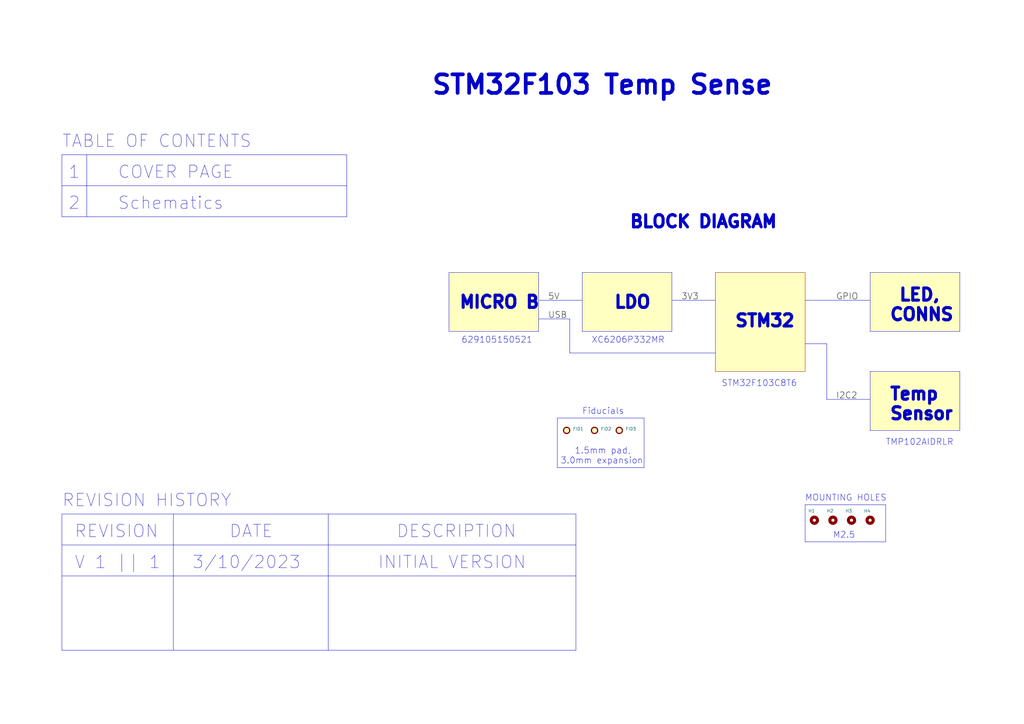
<source format=kicad_sch>
(kicad_sch (version 20230121) (generator eeschema)

  (uuid 6b5dc42a-081a-46c8-9508-6e3c74f91fd8)

  (paper "A3")

  (title_block
    (title "STM32F103 Temp Sense")
    (date "2023-03-10")
    (rev "1")
  )

  (lib_symbols
    (symbol "Mechanical:Fiducial" (in_bom yes) (on_board yes)
      (property "Reference" "FID" (at 0 5.08 0)
        (effects (font (size 1.27 1.27)))
      )
      (property "Value" "Fiducial" (at 0 3.175 0)
        (effects (font (size 1.27 1.27)))
      )
      (property "Footprint" "" (at 0 0 0)
        (effects (font (size 1.27 1.27)) hide)
      )
      (property "Datasheet" "~" (at 0 0 0)
        (effects (font (size 1.27 1.27)) hide)
      )
      (property "ki_keywords" "fiducial marker" (at 0 0 0)
        (effects (font (size 1.27 1.27)) hide)
      )
      (property "ki_description" "Fiducial Marker" (at 0 0 0)
        (effects (font (size 1.27 1.27)) hide)
      )
      (property "ki_fp_filters" "Fiducial*" (at 0 0 0)
        (effects (font (size 1.27 1.27)) hide)
      )
      (symbol "Fiducial_0_1"
        (circle (center 0 0) (radius 1.27)
          (stroke (width 0.508) (type default))
          (fill (type background))
        )
      )
    )
    (symbol "Mechanical:MountingHole" (pin_names (offset 1.016)) (in_bom yes) (on_board yes)
      (property "Reference" "H" (at 0 5.08 0)
        (effects (font (size 1.27 1.27)))
      )
      (property "Value" "MountingHole" (at 0 3.175 0)
        (effects (font (size 1.27 1.27)))
      )
      (property "Footprint" "" (at 0 0 0)
        (effects (font (size 1.27 1.27)) hide)
      )
      (property "Datasheet" "~" (at 0 0 0)
        (effects (font (size 1.27 1.27)) hide)
      )
      (property "ki_keywords" "mounting hole" (at 0 0 0)
        (effects (font (size 1.27 1.27)) hide)
      )
      (property "ki_description" "Mounting Hole without connection" (at 0 0 0)
        (effects (font (size 1.27 1.27)) hide)
      )
      (property "ki_fp_filters" "MountingHole*" (at 0 0 0)
        (effects (font (size 1.27 1.27)) hide)
      )
      (symbol "MountingHole_0_1"
        (circle (center 0 0) (radius 1.27)
          (stroke (width 1.27) (type default))
          (fill (type none))
        )
      )
    )
  )


  (polyline (pts (xy 25.4 210.82) (xy 25.4 266.7))
    (stroke (width 0) (type solid))
    (uuid 1cf8598b-edf9-4323-87bd-f9625fd98466)
  )
  (polyline (pts (xy 142.24 63.5) (xy 142.24 88.9))
    (stroke (width 0) (type solid))
    (uuid 1fd277c3-4a24-4d0f-9bb6-a07ed8fa7895)
  )
  (polyline (pts (xy 264.16 171.45) (xy 228.6 171.45))
    (stroke (width 0) (type solid))
    (uuid 283c54da-cbbe-4652-a70a-3023f203abfa)
  )
  (polyline (pts (xy 363.22 222.25) (xy 363.22 207.01))
    (stroke (width 0) (type solid))
    (uuid 29e59399-fe92-4ed0-9add-75383294a14e)
  )
  (polyline (pts (xy 233.68 130.81) (xy 233.68 144.78))
    (stroke (width 0) (type default))
    (uuid 35813264-5ec2-454f-bcd3-051d86bdbbd5)
  )
  (polyline (pts (xy 228.6 171.45) (xy 228.6 191.77))
    (stroke (width 0) (type solid))
    (uuid 44dc2dae-0cfe-438b-a55c-665eff49e740)
  )
  (polyline (pts (xy 330.2 123.19) (xy 339.09 123.19))
    (stroke (width 0) (type solid))
    (uuid 471a8940-6118-4f95-ae11-2943e0e7a2c9)
  )
  (polyline (pts (xy 339.09 123.19) (xy 356.87 123.19))
    (stroke (width 0) (type solid))
    (uuid 47789a09-6b25-4a9c-baec-f4867d4b6e67)
  )
  (polyline (pts (xy 275.59 123.19) (xy 293.37 123.19))
    (stroke (width 0) (type solid))
    (uuid 48dc8d81-baac-46cb-99d1-08dd0813d24e)
  )
  (polyline (pts (xy 71.12 210.82) (xy 71.12 266.7))
    (stroke (width 0) (type solid))
    (uuid 4c29ea75-15da-435a-811f-b56905602f65)
  )
  (polyline (pts (xy 25.4 76.2) (xy 142.24 76.2))
    (stroke (width 0) (type solid))
    (uuid 4c3b8047-9080-4551-b305-328618d36a4a)
  )
  (polyline (pts (xy 363.22 207.01) (xy 330.2 207.01))
    (stroke (width 0) (type solid))
    (uuid 5df92a34-853f-4ed3-840f-cde58d48edda)
  )
  (polyline (pts (xy 236.22 223.52) (xy 25.4 223.52))
    (stroke (width 0) (type solid))
    (uuid 65910f8d-6e6e-4959-b426-979fa4c186a7)
  )
  (polyline (pts (xy 228.6 191.77) (xy 264.16 191.77))
    (stroke (width 0) (type solid))
    (uuid 6598d432-1c5e-4cd6-b7b5-848c57bfc7da)
  )
  (polyline (pts (xy 339.09 163.83) (xy 356.87 163.83))
    (stroke (width 0) (type solid))
    (uuid 783c448c-b214-426f-a133-9c6013f4e6f0)
  )
  (polyline (pts (xy 330.2 140.97) (xy 339.09 140.97))
    (stroke (width 0) (type solid))
    (uuid 78bd01da-efe1-4707-bc20-871b551892dd)
  )
  (polyline (pts (xy 220.98 123.19) (xy 238.76 123.19))
    (stroke (width 0) (type solid))
    (uuid 7be456b3-aad4-4561-91d8-99f1c05e2887)
  )
  (polyline (pts (xy 25.4 88.9) (xy 142.24 88.9))
    (stroke (width 0) (type solid))
    (uuid 83199cd7-bf3a-447b-a9ca-bcc8b50c9168)
  )
  (polyline (pts (xy 264.16 191.77) (xy 264.16 171.45))
    (stroke (width 0) (type solid))
    (uuid 8fd63e56-cb99-4f24-905b-139a3d54210e)
  )
  (polyline (pts (xy 35.56 63.5) (xy 35.56 88.9))
    (stroke (width 0) (type solid))
    (uuid 9fafaec6-3ce5-408b-b468-09c65b1bab06)
  )
  (polyline (pts (xy 330.2 222.25) (xy 363.22 222.25))
    (stroke (width 0) (type solid))
    (uuid a8343620-07c9-4bd0-9905-d441c919e37d)
  )
  (polyline (pts (xy 236.22 266.7) (xy 25.4 266.7))
    (stroke (width 0) (type solid))
    (uuid ab57337e-3c89-44ae-ab63-f629efdecda2)
  )
  (polyline (pts (xy 25.4 210.82) (xy 236.22 210.82))
    (stroke (width 0) (type solid))
    (uuid aed20b8f-fce8-49bf-897d-67af4ee02359)
  )
  (polyline (pts (xy 236.22 236.22) (xy 25.4 236.22))
    (stroke (width 0) (type solid))
    (uuid be875e27-7331-44bc-b919-5e66f525827c)
  )
  (polyline (pts (xy 25.4 63.5) (xy 142.24 63.5))
    (stroke (width 0) (type solid))
    (uuid bef8aca0-5e19-42ff-83a0-4e5bc7b041c4)
  )
  (polyline (pts (xy 25.4 63.5) (xy 25.4 88.9))
    (stroke (width 0) (type solid))
    (uuid bf335ea3-82ed-46ec-9343-d468922873c4)
  )
  (polyline (pts (xy 134.62 210.82) (xy 134.62 266.7))
    (stroke (width 0) (type solid))
    (uuid c345c0f4-8c05-4f77-a991-777ba9697481)
  )
  (polyline (pts (xy 220.98 130.81) (xy 233.68 130.81))
    (stroke (width 0) (type default))
    (uuid d5a69ffa-7889-490c-a2ce-60225b2b586b)
  )
  (polyline (pts (xy 233.68 144.78) (xy 293.37 144.78))
    (stroke (width 0) (type default))
    (uuid d604d631-5252-46c6-8896-37f8130cbcc8)
  )
  (polyline (pts (xy 330.2 207.01) (xy 330.2 222.25))
    (stroke (width 0) (type solid))
    (uuid d6149374-a5a5-4ae2-9a5a-222a61597263)
  )
  (polyline (pts (xy 236.22 210.82) (xy 236.22 266.7))
    (stroke (width 0) (type solid))
    (uuid d7ccf4a5-03aa-42f5-beac-4952c8b1a83b)
  )
  (polyline (pts (xy 339.09 163.83) (xy 339.09 140.97))
    (stroke (width 0) (type solid))
    (uuid dcb6d290-f0e4-4bf3-b517-9a0744643278)
  )

  (rectangle (start 356.87 111.76) (end 393.7 135.89)
    (stroke (width 0) (type default))
    (fill (type color) (color 255 255 194 1))
    (uuid 77994bde-93d3-4630-80f5-6bd7ea8aaee0)
  )
  (rectangle (start 356.87 152.4) (end 393.7 176.53)
    (stroke (width 0) (type default))
    (fill (type color) (color 255 255 194 1))
    (uuid c704fe77-70df-400b-bed1-8f70fdb7ef2b)
  )
  (rectangle (start 238.76 111.76) (end 275.59 135.89)
    (stroke (width 0) (type default))
    (fill (type color) (color 255 255 194 1))
    (uuid f2bf4138-319e-499e-bfbb-b61166a1b663)
  )
  (rectangle (start 184.15 111.76) (end 220.98 135.89)
    (stroke (width 0) (type default))
    (fill (type color) (color 255 255 194 1))
    (uuid f6090009-536a-4461-b78b-dbe1dbf85743)
  )

  (text "5V" (at 224.79 123.19 0)
    (effects (font (size 2.54 2.54) (color 0 0 0 1)) (justify left bottom))
    (uuid 10c54e60-adcd-4b48-9ac0-ac5ddfa1509a)
  )
  (text "3/10/2023" (at 78.74 233.68 0)
    (effects (font (size 5.08 5.08)) (justify left bottom))
    (uuid 18d71a5c-be43-42a8-8bf5-00ad8f5002cd)
  )
  (text "STM32" (at 300.99 134.62 0)
    (effects (font (face "KiCad Font") (size 5 5) (thickness 1.524) bold) (justify left bottom))
    (uuid 28e22a71-b407-4efc-ae4f-20b2a4d284a1)
  )
  (text "INITIAL VERSION" (at 154.94 233.68 0)
    (effects (font (size 5.08 5.08)) (justify left bottom))
    (uuid 2985d82e-5242-4795-b9fe-b4d9a391d70e)
  )
  (text "GPIO" (at 342.9 123.19 0)
    (effects (font (size 2.54 2.54) (color 0 0 0 1)) (justify left bottom))
    (uuid 2ac649f8-5249-4340-88bb-ac48f785e39b)
  )
  (text "I2C2" (at 342.9 163.83 0)
    (effects (font (size 2.54 2.54) (color 0 0 0 1)) (justify left bottom))
    (uuid 2be6b750-9416-4805-af46-4122f5f94803)
  )
  (text "BLOCK DIAGRAM" (at 257.81 93.98 0)
    (effects (font (face "KiCad Font") (size 5 5) (thickness 1.524) bold) (justify left bottom))
    (uuid 34e60235-d647-4588-8b38-99dd9d707852)
  )
  (text "MOUNTING HOLES" (at 330.2 205.74 0)
    (effects (font (size 2.54 2.54)) (justify left bottom))
    (uuid 475eae0f-34d0-40a4-a188-516b4df98e82)
  )
  (text "V 1 || 1" (at 30.48 233.68 0)
    (effects (font (size 5.08 5.08)) (justify left bottom))
    (uuid 49dcb9f1-7bef-4983-8b0d-0a73ded81204)
  )
  (text "USB" (at 224.79 130.81 0)
    (effects (font (size 2.54 2.54) (color 0 0 0 1)) (justify left bottom))
    (uuid 4c227985-47a6-40e0-b8c6-4baa30c0255f)
  )
  (text "REVISION HISTORY" (at 25.4 208.28 0)
    (effects (font (size 5.08 5.08)) (justify left bottom))
    (uuid 4c315541-37f9-4f03-91c3-caa77964b401)
  )
  (text "629105150521" (at 189.23 140.97 0)
    (effects (font (size 2.54 2.54)) (justify left bottom))
    (uuid 4ff0a58b-5543-4258-805d-93c5a44c5d68)
  )
  (text "M2.5" (at 341.63 220.98 0)
    (effects (font (size 2.54 2.54)) (justify left bottom))
    (uuid 5c1ccd35-bf52-45b9-a5e4-6bf8e55ea58f)
  )
  (text "   1.5mm pad, \n3.0mm expansion" (at 229.87 190.5 0)
    (effects (font (size 2.54 2.54)) (justify left bottom))
    (uuid 5df9e7fc-7c8b-4190-ace9-aa2b3cb3752d)
  )
  (text "Schematics" (at 48.26 86.36 0)
    (effects (font (size 5.08 5.08)) (justify left bottom) (href "#2"))
    (uuid 7ede6402-2864-4cce-bc46-8b96e96cc593)
  )
  (text "DATE" (at 93.98 220.98 0)
    (effects (font (size 5.08 5.08)) (justify left bottom))
    (uuid 7f7f4130-dad9-46ab-af95-4aa69314aa95)
  )
  (text "LDO" (at 251.46 127 0)
    (effects (font (face "KiCad Font") (size 5 5) (thickness 1.524) bold) (justify left bottom))
    (uuid 87445a33-b40f-414e-8dd1-372067e97f2c)
  )
  (text "${TITLE}" (at 176.53 39.37 0)
    (effects (font (face "KiCad Font") (size 7.62 7.62) (thickness 1.524) bold) (justify left bottom))
    (uuid 9a3c25bf-60b0-4500-9104-da43d07ee58b)
  )
  (text "COVER PAGE" (at 48.26 73.66 0)
    (effects (font (size 5.08 5.08)) (justify left bottom))
    (uuid 9a89337d-7ff9-4373-91f3-bc89462ed7ac)
  )
  (text "${COMMENT1}" (at 147.32 33.02 0)
    (effects (font (size 7.62 7.62) (thickness 1.524) bold) (justify left bottom))
    (uuid 9e7bfeeb-f63d-4158-bfe1-711b82c27577)
  )
  (text "2" (at 27.94 86.36 0)
    (effects (font (size 5.08 5.08)) (justify left bottom))
    (uuid a0f5b14a-122c-43a0-bee0-49b333b6afd9)
  )
  (text "STM32F103C8T6" (at 295.91 158.75 0)
    (effects (font (size 2.54 2.54)) (justify left bottom))
    (uuid a3c26529-3433-47f1-98fd-fa26b4a114ab)
  )
  (text "3V3" (at 279.4 123.19 0)
    (effects (font (size 2.54 2.54) (color 0 0 0 1)) (justify left bottom))
    (uuid a80af705-1e0c-4293-87a2-599f61997b81)
  )
  (text " LED, \nCONNS" (at 364.49 132.08 0)
    (effects (font (face "KiCad Font") (size 5 5) (thickness 1.524) bold) (justify left bottom))
    (uuid af7bb8fd-f101-4c91-b2fa-8e9146a50834)
  )
  (text "1" (at 27.94 73.66 0)
    (effects (font (size 5.08 5.08)) (justify left bottom))
    (uuid bdeda6c5-981c-4a36-ace6-03d0fcafd34b)
  )
  (text "TMP102AIDRLR" (at 363.22 182.88 0)
    (effects (font (size 2.54 2.54)) (justify left bottom))
    (uuid c3ac32d2-b464-40a8-99ea-dc4f8acd389f)
  )
  (text "DESCRIPTION" (at 162.56 220.98 0)
    (effects (font (size 5.08 5.08)) (justify left bottom))
    (uuid d6d42340-1594-4854-a448-6f4b5d0bf57f)
  )
  (text "Fiducials" (at 238.76 170.18 0)
    (effects (font (size 2.54 2.54)) (justify left bottom))
    (uuid db1fac86-fba4-4f39-94ef-31ad6b14af82)
  )
  (text "REVISION" (at 30.48 220.98 0)
    (effects (font (size 5.08 5.08)) (justify left bottom))
    (uuid e1b21f71-0b8d-4538-9aa5-00a5cc5bdfa0)
  )
  (text "MICRO B" (at 187.96 127 0)
    (effects (font (face "KiCad Font") (size 5 5) (thickness 1.524) bold) (justify left bottom))
    (uuid eb60405d-5727-44ac-8867-b77deacf0650)
  )
  (text "Temp \nSensor" (at 364.49 172.72 0)
    (effects (font (face "KiCad Font") (size 5 5) (thickness 1.524) bold) (justify left bottom))
    (uuid ecb1d1d1-bd30-43ba-b421-93c271ab4ff5)
  )
  (text "TABLE OF CONTENTS" (at 25.4 60.96 0)
    (effects (font (size 5.08 5.08)) (justify left bottom))
    (uuid ee314315-91ed-4942-9227-64c8c57ef390)
  )
  (text "XC6206P332MR" (at 242.57 140.97 0)
    (effects (font (size 2.54 2.54)) (justify left bottom))
    (uuid f9604e0c-de68-4c1e-8716-562bc5b717ee)
  )

  (symbol (lib_id "Mechanical:MountingHole") (at 349.25 213.36 0) (unit 1)
    (in_bom no) (on_board yes) (dnp no)
    (uuid 5d4a3080-2c5d-402d-a786-ee0f993e55ba)
    (property "Reference" "H3" (at 346.71 209.55 0)
      (effects (font (size 1.27 1.27)) (justify left))
    )
    (property "Value" "MountingHole_Pad" (at 351.79 213.9566 0)
      (effects (font (size 1.27 1.27)) (justify left) hide)
    )
    (property "Footprint" "MountingHole:MountingHole_2.7mm_M2.5" (at 349.25 213.36 0)
      (effects (font (size 1.27 1.27)) hide)
    )
    (property "Datasheet" "~" (at 349.25 213.36 0)
      (effects (font (size 1.27 1.27)) hide)
    )
    (instances
      (project "STM32F103_Temp_Sense"
        (path "/6b5dc42a-081a-46c8-9508-6e3c74f91fd8"
          (reference "H3") (unit 1)
        )
      )
      (project ""
        (path "/e46ecd61-0bbe-4b9f-a151-a2cacac5967b"
          (reference "H103") (unit 1)
        )
      )
    )
  )

  (symbol (lib_id "Mechanical:Fiducial") (at 232.41 176.53 0) (unit 1)
    (in_bom yes) (on_board yes) (dnp no) (fields_autoplaced)
    (uuid 616597eb-7269-4197-b507-68b7e44a5925)
    (property "Reference" "FID1" (at 234.95 175.895 0)
      (effects (font (size 1.27 1.27)) (justify left))
    )
    (property "Value" "Fiducial" (at 234.95 178.435 0)
      (effects (font (size 1.27 1.27)) (justify left) hide)
    )
    (property "Footprint" "Fiducial:Fiducial_1.5mm_Mask3mm" (at 232.41 176.53 0)
      (effects (font (size 1.27 1.27)) hide)
    )
    (property "Datasheet" "~" (at 232.41 176.53 0)
      (effects (font (size 1.27 1.27)) hide)
    )
    (property "Manufacturer" "" (at 232.41 176.53 0)
      (effects (font (size 1.27 1.27)) hide)
    )
    (property "Part Number" "" (at 232.41 176.53 0)
      (effects (font (size 1.27 1.27)) hide)
    )
    (instances
      (project "STM32F103_Temp_Sense"
        (path "/6b5dc42a-081a-46c8-9508-6e3c74f91fd8"
          (reference "FID1") (unit 1)
        )
      )
    )
  )

  (symbol (lib_id "Mechanical:Fiducial") (at 243.84 176.53 0) (unit 1)
    (in_bom yes) (on_board yes) (dnp no) (fields_autoplaced)
    (uuid 93b64e67-9c9d-4e4d-ab12-44a211336b3b)
    (property "Reference" "FID2" (at 246.38 175.895 0)
      (effects (font (size 1.27 1.27)) (justify left))
    )
    (property "Value" "Fiducial" (at 246.38 178.435 0)
      (effects (font (size 1.27 1.27)) (justify left) hide)
    )
    (property "Footprint" "Fiducial:Fiducial_1.5mm_Mask3mm" (at 243.84 176.53 0)
      (effects (font (size 1.27 1.27)) hide)
    )
    (property "Datasheet" "~" (at 243.84 176.53 0)
      (effects (font (size 1.27 1.27)) hide)
    )
    (property "Manufacturer" "" (at 243.84 176.53 0)
      (effects (font (size 1.27 1.27)) hide)
    )
    (property "Part Number" "" (at 243.84 176.53 0)
      (effects (font (size 1.27 1.27)) hide)
    )
    (instances
      (project "STM32F103_Temp_Sense"
        (path "/6b5dc42a-081a-46c8-9508-6e3c74f91fd8"
          (reference "FID2") (unit 1)
        )
      )
    )
  )

  (symbol (lib_id "Mechanical:Fiducial") (at 254 176.53 0) (unit 1)
    (in_bom yes) (on_board yes) (dnp no) (fields_autoplaced)
    (uuid aed2aa3f-719d-4dbc-8737-ed1cbca5381a)
    (property "Reference" "FID3" (at 256.54 175.895 0)
      (effects (font (size 1.27 1.27)) (justify left))
    )
    (property "Value" "Fiducial" (at 256.54 178.435 0)
      (effects (font (size 1.27 1.27)) (justify left) hide)
    )
    (property "Footprint" "Fiducial:Fiducial_1.5mm_Mask3mm" (at 254 176.53 0)
      (effects (font (size 1.27 1.27)) hide)
    )
    (property "Datasheet" "~" (at 254 176.53 0)
      (effects (font (size 1.27 1.27)) hide)
    )
    (property "Manufacturer" "" (at 254 176.53 0)
      (effects (font (size 1.27 1.27)) hide)
    )
    (property "Part Number" "" (at 254 176.53 0)
      (effects (font (size 1.27 1.27)) hide)
    )
    (instances
      (project "STM32F103_Temp_Sense"
        (path "/6b5dc42a-081a-46c8-9508-6e3c74f91fd8"
          (reference "FID3") (unit 1)
        )
      )
    )
  )

  (symbol (lib_id "Mechanical:MountingHole") (at 341.63 213.36 0) (unit 1)
    (in_bom no) (on_board yes) (dnp no)
    (uuid c4b95b76-6487-4595-a9a3-42c69f582114)
    (property "Reference" "H2" (at 339.09 209.55 0)
      (effects (font (size 1.27 1.27)) (justify left))
    )
    (property "Value" "MountingHole_Pad" (at 344.17 213.9566 0)
      (effects (font (size 1.27 1.27)) (justify left) hide)
    )
    (property "Footprint" "MountingHole:MountingHole_2.7mm_M2.5" (at 341.63 213.36 0)
      (effects (font (size 1.27 1.27)) hide)
    )
    (property "Datasheet" "~" (at 341.63 213.36 0)
      (effects (font (size 1.27 1.27)) hide)
    )
    (instances
      (project "STM32F103_Temp_Sense"
        (path "/6b5dc42a-081a-46c8-9508-6e3c74f91fd8"
          (reference "H2") (unit 1)
        )
      )
      (project ""
        (path "/e46ecd61-0bbe-4b9f-a151-a2cacac5967b"
          (reference "H102") (unit 1)
        )
      )
    )
  )

  (symbol (lib_id "Mechanical:MountingHole") (at 356.87 213.36 0) (unit 1)
    (in_bom no) (on_board yes) (dnp no)
    (uuid cc73e747-6a57-44f9-81f3-932422e85570)
    (property "Reference" "H4" (at 354.33 209.55 0)
      (effects (font (size 1.27 1.27)) (justify left))
    )
    (property "Value" "MountingHole_Pad" (at 359.41 213.9566 0)
      (effects (font (size 1.27 1.27)) (justify left) hide)
    )
    (property "Footprint" "MountingHole:MountingHole_2.7mm_M2.5" (at 356.87 213.36 0)
      (effects (font (size 1.27 1.27)) hide)
    )
    (property "Datasheet" "~" (at 356.87 213.36 0)
      (effects (font (size 1.27 1.27)) hide)
    )
    (instances
      (project "STM32F103_Temp_Sense"
        (path "/6b5dc42a-081a-46c8-9508-6e3c74f91fd8"
          (reference "H4") (unit 1)
        )
      )
      (project ""
        (path "/e46ecd61-0bbe-4b9f-a151-a2cacac5967b"
          (reference "H104") (unit 1)
        )
      )
    )
  )

  (symbol (lib_id "Mechanical:MountingHole") (at 334.01 213.36 0) (unit 1)
    (in_bom no) (on_board yes) (dnp no)
    (uuid d457808a-2966-4e98-8187-cc70700e501f)
    (property "Reference" "H1" (at 331.47 209.55 0)
      (effects (font (size 1.27 1.27)) (justify left))
    )
    (property "Value" "MountingHole_Pad" (at 336.55 213.9566 0)
      (effects (font (size 1.27 1.27)) (justify left) hide)
    )
    (property "Footprint" "MountingHole:MountingHole_2.7mm_M2.5" (at 334.01 213.36 0)
      (effects (font (size 1.27 1.27)) hide)
    )
    (property "Datasheet" "~" (at 334.01 213.36 0)
      (effects (font (size 1.27 1.27)) hide)
    )
    (instances
      (project "STM32F103_Temp_Sense"
        (path "/6b5dc42a-081a-46c8-9508-6e3c74f91fd8"
          (reference "H1") (unit 1)
        )
      )
      (project ""
        (path "/e46ecd61-0bbe-4b9f-a151-a2cacac5967b"
          (reference "H101") (unit 1)
        )
      )
    )
  )

  (sheet (at 293.37 111.76) (size 36.83 40.64) (fields_autoplaced)
    (stroke (width 0.1524) (type solid))
    (fill (color 255 255 194 1.0000))
    (uuid bb946903-c28b-44bb-9d69-8e6c4264ff51)
    (property "Sheetname" "01-Schematics" (at 293.37 111.0484 0)
      (effects (font (size 1.27 1.27)) (justify left bottom) hide)
    )
    (property "Sheetfile" "01-Schematics.kicad_sch" (at 293.37 152.9846 0)
      (effects (font (size 1.27 1.27)) (justify left top) hide)
    )
    (instances
      (project "STM32F103_Temp_Sense"
        (path "/6b5dc42a-081a-46c8-9508-6e3c74f91fd8" (page "2"))
      )
    )
  )

  (sheet_instances
    (path "/" (page "1"))
  )
)

</source>
